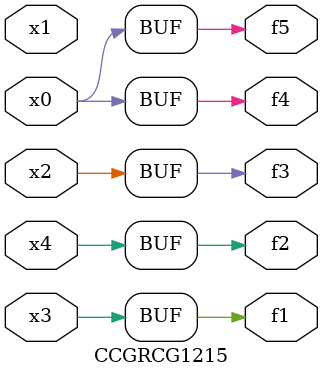
<source format=v>
module CCGRCG1215(
	input x0, x1, x2, x3, x4,
	output f1, f2, f3, f4, f5
);
	assign f1 = x3;
	assign f2 = x4;
	assign f3 = x2;
	assign f4 = x0;
	assign f5 = x0;
endmodule

</source>
